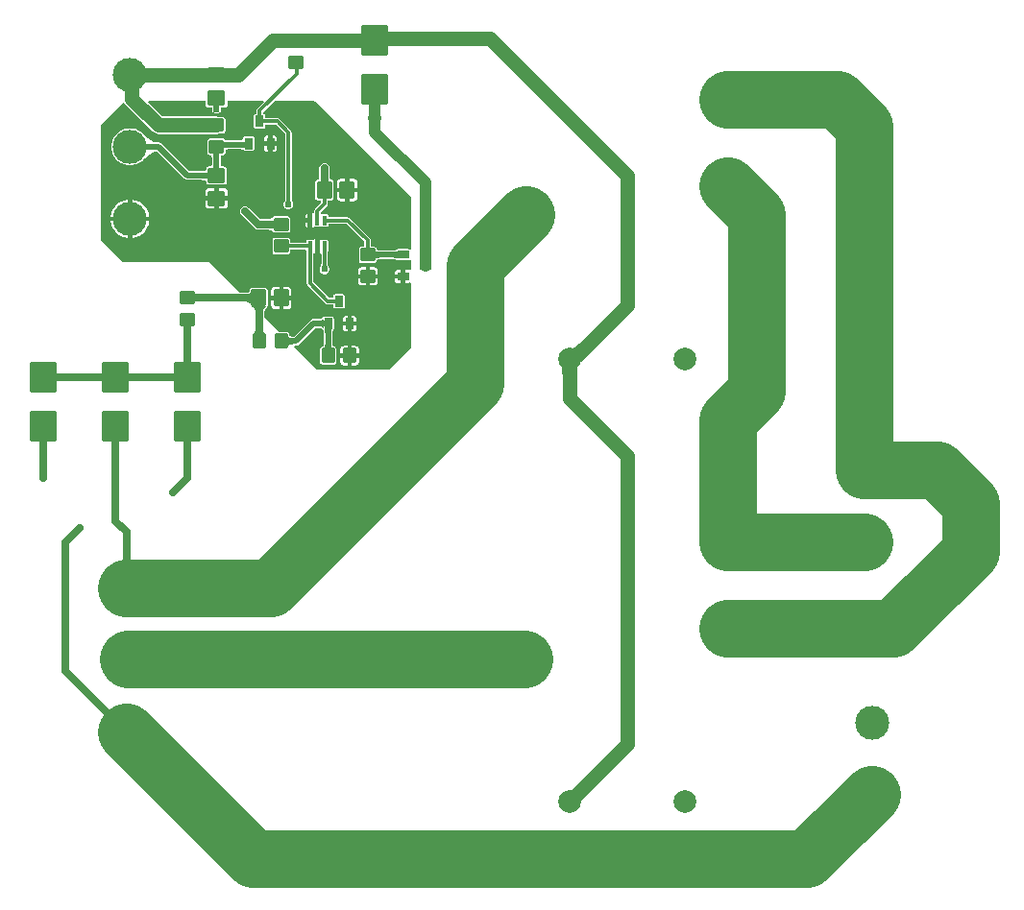
<source format=gtl>
G04*
G04 #@! TF.GenerationSoftware,Altium Limited,Altium Designer,21.3.2 (30)*
G04*
G04 Layer_Physical_Order=1*
G04 Layer_Color=255*
%FSLAX25Y25*%
%MOIN*%
G70*
G04*
G04 #@! TF.SameCoordinates,176562F1-B387-4AA2-8F74-3CF4574A4688*
G04*
G04*
G04 #@! TF.FilePolarity,Positive*
G04*
G01*
G75*
%ADD15C,0.01200*%
G04:AMPARAMS|DCode=29|XSize=47.24mil|YSize=51.18mil|CornerRadius=3.54mil|HoleSize=0mil|Usage=FLASHONLY|Rotation=0.000|XOffset=0mil|YOffset=0mil|HoleType=Round|Shape=RoundedRectangle|*
%AMROUNDEDRECTD29*
21,1,0.04724,0.04409,0,0,0.0*
21,1,0.04016,0.05118,0,0,0.0*
1,1,0.00709,0.02008,-0.02205*
1,1,0.00709,-0.02008,-0.02205*
1,1,0.00709,-0.02008,0.02205*
1,1,0.00709,0.02008,0.02205*
%
%ADD29ROUNDEDRECTD29*%
G04:AMPARAMS|DCode=30|XSize=96.46mil|YSize=104.33mil|CornerRadius=7.23mil|HoleSize=0mil|Usage=FLASHONLY|Rotation=180.000|XOffset=0mil|YOffset=0mil|HoleType=Round|Shape=RoundedRectangle|*
%AMROUNDEDRECTD30*
21,1,0.09646,0.08986,0,0,180.0*
21,1,0.08199,0.10433,0,0,180.0*
1,1,0.01447,-0.04099,0.04493*
1,1,0.01447,0.04099,0.04493*
1,1,0.01447,0.04099,-0.04493*
1,1,0.01447,-0.04099,-0.04493*
%
%ADD30ROUNDEDRECTD30*%
G04:AMPARAMS|DCode=31|XSize=47.24mil|YSize=51.18mil|CornerRadius=3.54mil|HoleSize=0mil|Usage=FLASHONLY|Rotation=90.000|XOffset=0mil|YOffset=0mil|HoleType=Round|Shape=RoundedRectangle|*
%AMROUNDEDRECTD31*
21,1,0.04724,0.04409,0,0,90.0*
21,1,0.04016,0.05118,0,0,90.0*
1,1,0.00709,0.02205,0.02008*
1,1,0.00709,0.02205,-0.02008*
1,1,0.00709,-0.02205,-0.02008*
1,1,0.00709,-0.02205,0.02008*
%
%ADD31ROUNDEDRECTD31*%
G04:AMPARAMS|DCode=32|XSize=53.15mil|YSize=61.02mil|CornerRadius=3.99mil|HoleSize=0mil|Usage=FLASHONLY|Rotation=180.000|XOffset=0mil|YOffset=0mil|HoleType=Round|Shape=RoundedRectangle|*
%AMROUNDEDRECTD32*
21,1,0.05315,0.05305,0,0,180.0*
21,1,0.04518,0.06102,0,0,180.0*
1,1,0.00797,-0.02259,0.02653*
1,1,0.00797,0.02259,0.02653*
1,1,0.00797,0.02259,-0.02653*
1,1,0.00797,-0.02259,-0.02653*
%
%ADD32ROUNDEDRECTD32*%
G04:AMPARAMS|DCode=33|XSize=53.15mil|YSize=61.02mil|CornerRadius=3.99mil|HoleSize=0mil|Usage=FLASHONLY|Rotation=90.000|XOffset=0mil|YOffset=0mil|HoleType=Round|Shape=RoundedRectangle|*
%AMROUNDEDRECTD33*
21,1,0.05315,0.05305,0,0,90.0*
21,1,0.04518,0.06102,0,0,90.0*
1,1,0.00797,0.02653,0.02259*
1,1,0.00797,0.02653,-0.02259*
1,1,0.00797,-0.02653,-0.02259*
1,1,0.00797,-0.02653,0.02259*
%
%ADD33ROUNDEDRECTD33*%
G04:AMPARAMS|DCode=34|XSize=15.75mil|YSize=33.47mil|CornerRadius=1.97mil|HoleSize=0mil|Usage=FLASHONLY|Rotation=180.000|XOffset=0mil|YOffset=0mil|HoleType=Round|Shape=RoundedRectangle|*
%AMROUNDEDRECTD34*
21,1,0.01575,0.02953,0,0,180.0*
21,1,0.01181,0.03347,0,0,180.0*
1,1,0.00394,-0.00591,0.01476*
1,1,0.00394,0.00591,0.01476*
1,1,0.00394,0.00591,-0.01476*
1,1,0.00394,-0.00591,-0.01476*
%
%ADD34ROUNDEDRECTD34*%
G04:AMPARAMS|DCode=35|XSize=29.53mil|YSize=39.37mil|CornerRadius=2.22mil|HoleSize=0mil|Usage=FLASHONLY|Rotation=180.000|XOffset=0mil|YOffset=0mil|HoleType=Round|Shape=RoundedRectangle|*
%AMROUNDEDRECTD35*
21,1,0.02953,0.03494,0,0,180.0*
21,1,0.02510,0.03937,0,0,180.0*
1,1,0.00443,-0.01255,0.01747*
1,1,0.00443,0.01255,0.01747*
1,1,0.00443,0.01255,-0.01747*
1,1,0.00443,-0.01255,-0.01747*
%
%ADD35ROUNDEDRECTD35*%
G04:AMPARAMS|DCode=36|XSize=29.53mil|YSize=39.37mil|CornerRadius=2.22mil|HoleSize=0mil|Usage=FLASHONLY|Rotation=90.000|XOffset=0mil|YOffset=0mil|HoleType=Round|Shape=RoundedRectangle|*
%AMROUNDEDRECTD36*
21,1,0.02953,0.03494,0,0,90.0*
21,1,0.02510,0.03937,0,0,90.0*
1,1,0.00443,0.01747,0.01255*
1,1,0.00443,0.01747,-0.01255*
1,1,0.00443,-0.01747,-0.01255*
1,1,0.00443,-0.01747,0.01255*
%
%ADD36ROUNDEDRECTD36*%
%ADD37C,0.02000*%
%ADD38C,0.05000*%
%ADD39C,0.02500*%
%ADD40C,0.04000*%
%ADD41C,0.20000*%
%ADD42C,0.16000*%
%ADD43C,0.07874*%
%ADD44C,0.12795*%
%ADD45C,0.11811*%
%ADD46C,0.02400*%
%ADD47C,0.05000*%
G36*
X157500Y257500D02*
Y239450D01*
X157093Y239303D01*
X157000Y239285D01*
X156777Y239435D01*
X156495Y239491D01*
X153001D01*
X152752Y239441D01*
X152730Y239445D01*
X152602Y239357D01*
X152458Y239298D01*
X152437Y239248D01*
X152419Y239233D01*
X152391Y239214D01*
X152368Y239202D01*
X152275Y239169D01*
X152130Y239134D01*
X151950Y239105D01*
X151114Y239045D01*
X150768Y239041D01*
X150741Y239029D01*
X147094D01*
X147068Y239041D01*
X146702Y239051D01*
X146397Y239077D01*
X146142Y239120D01*
X145939Y239174D01*
X145789Y239235D01*
X145691Y239294D01*
X145637Y239344D01*
X145609Y239385D01*
X145593Y239431D01*
X145580Y239557D01*
X145558Y239597D01*
X145510Y239841D01*
X145321Y240124D01*
X145038Y240313D01*
X144705Y240379D01*
X143765D01*
X143757Y240383D01*
X143739Y240385D01*
X143735Y240391D01*
X143710Y240453D01*
X143684Y240553D01*
X143661Y240688D01*
X143647Y240857D01*
X143641Y241071D01*
X143622Y241115D01*
Y242500D01*
X143536Y242929D01*
X143293Y243293D01*
X143293Y243293D01*
X136364Y250222D01*
X136000Y250465D01*
X135571Y250551D01*
X135571Y250551D01*
X129607D01*
X129564Y250570D01*
X129350Y250576D01*
X129181Y250590D01*
X129046Y250613D01*
X128946Y250639D01*
X128884Y250664D01*
X128878Y250668D01*
X128876Y250686D01*
X128860Y250715D01*
Y250905D01*
X128806Y251177D01*
X128652Y251408D01*
X128421Y251562D01*
X128150Y251616D01*
X126969D01*
X126697Y251562D01*
X126682Y251552D01*
X126249Y251749D01*
X126186Y252249D01*
X128293Y254356D01*
X128293Y254356D01*
X128536Y254720D01*
X128622Y255149D01*
Y255695D01*
X128641Y255739D01*
X128647Y255953D01*
X128661Y256122D01*
X128684Y256257D01*
X128710Y256357D01*
X128735Y256419D01*
X128739Y256425D01*
X128757Y256427D01*
X128765Y256431D01*
X129759D01*
X130110Y256501D01*
X130407Y256700D01*
X130605Y256997D01*
X130675Y257347D01*
Y262653D01*
X130605Y263003D01*
X130407Y263300D01*
X130381Y263318D01*
X130376Y263329D01*
X130344Y263342D01*
X130110Y263499D01*
X129759Y263569D01*
X129748D01*
X129721Y263588D01*
X129638Y263682D01*
X129549Y263833D01*
X129465Y264049D01*
X129392Y264331D01*
X129337Y264676D01*
X129303Y265082D01*
X129291Y265560D01*
X129284Y265576D01*
Y267500D01*
X129148Y268183D01*
X128762Y268762D01*
X128183Y269148D01*
X127500Y269284D01*
X126817Y269148D01*
X126238Y268762D01*
X125852Y268183D01*
X125716Y267500D01*
Y265576D01*
X125709Y265560D01*
X125697Y265082D01*
X125663Y264676D01*
X125608Y264331D01*
X125535Y264049D01*
X125451Y263833D01*
X125362Y263682D01*
X125279Y263588D01*
X125251Y263569D01*
X125241D01*
X124890Y263499D01*
X124656Y263342D01*
X124624Y263329D01*
X124619Y263318D01*
X124593Y263300D01*
X124395Y263003D01*
X124325Y262653D01*
Y257347D01*
X124395Y256997D01*
X124593Y256700D01*
X124890Y256501D01*
X125241Y256431D01*
X126235D01*
X126243Y256427D01*
X126261Y256425D01*
X126265Y256419D01*
X126290Y256357D01*
X126316Y256257D01*
X126339Y256122D01*
X126353Y255953D01*
X126359Y255739D01*
X126378Y255695D01*
Y255613D01*
X124207Y253442D01*
X123964Y253078D01*
X123878Y252649D01*
X123878Y252649D01*
Y252357D01*
X123859Y252312D01*
X123856Y252155D01*
X123527Y251921D01*
X123350Y251858D01*
X123191Y251890D01*
Y249429D01*
Y246968D01*
X123420Y247014D01*
X123750Y247234D01*
X124138Y247296D01*
X124409Y247242D01*
X125591D01*
X125862Y247296D01*
X126093Y247450D01*
X126466D01*
X126697Y247296D01*
X126969Y247242D01*
X128150D01*
X128421Y247296D01*
X128652Y247450D01*
X128806Y247681D01*
X128860Y247953D01*
Y248143D01*
X128876Y248172D01*
X128878Y248190D01*
X128884Y248194D01*
X128946Y248219D01*
X129046Y248245D01*
X129181Y248268D01*
X129350Y248283D01*
X129564Y248288D01*
X129607Y248308D01*
X135106D01*
X141378Y242035D01*
Y241115D01*
X141359Y241071D01*
X141353Y240857D01*
X141339Y240688D01*
X141316Y240553D01*
X141290Y240453D01*
X141265Y240391D01*
X141261Y240385D01*
X141243Y240383D01*
X141235Y240379D01*
X140295D01*
X139962Y240313D01*
X139679Y240124D01*
X139490Y239841D01*
X139424Y239508D01*
Y235492D01*
X139490Y235159D01*
X139679Y234876D01*
X139962Y234687D01*
X140295Y234621D01*
X144705D01*
X145038Y234687D01*
X145321Y234876D01*
X145510Y235159D01*
X145558Y235403D01*
X145580Y235443D01*
X145593Y235569D01*
X145609Y235615D01*
X145637Y235656D01*
X145691Y235706D01*
X145789Y235765D01*
X145939Y235826D01*
X146142Y235880D01*
X146397Y235923D01*
X146702Y235949D01*
X147068Y235959D01*
X147094Y235971D01*
X150741D01*
X150768Y235959D01*
X151118Y235955D01*
X151711Y235923D01*
X151939Y235897D01*
X152130Y235866D01*
X152275Y235831D01*
X152368Y235798D01*
X152391Y235786D01*
X152419Y235767D01*
X152437Y235752D01*
X152458Y235702D01*
X152602Y235643D01*
X152730Y235555D01*
X152752Y235559D01*
X153001Y235509D01*
X156495D01*
X156777Y235565D01*
X157000Y235715D01*
X157093Y235697D01*
X157500Y235550D01*
Y232433D01*
X157000Y232166D01*
X156894Y232237D01*
X156495Y232316D01*
X155498D01*
Y230020D01*
Y227723D01*
X156495D01*
X156894Y227803D01*
X157000Y227874D01*
X157500Y227606D01*
Y205000D01*
X150000Y197500D01*
X125000D01*
X117029Y205471D01*
X117236Y205971D01*
X117500D01*
X118085Y206087D01*
X118581Y206419D01*
X124258Y212095D01*
X125237D01*
X125263Y212083D01*
X125571Y212074D01*
X125833Y212051D01*
X126062Y212012D01*
X126258Y211962D01*
X126421Y211901D01*
X126552Y211834D01*
X126655Y211761D01*
X126734Y211685D01*
X126795Y211602D01*
X126863Y211470D01*
X126929Y211414D01*
X126962Y211334D01*
X127012Y211313D01*
X127027Y211295D01*
X127046Y211267D01*
X127058Y211244D01*
X127091Y211151D01*
X127125Y211006D01*
X127155Y210826D01*
X127215Y209990D01*
X127219Y209644D01*
X127230Y209616D01*
Y207094D01*
X127219Y207068D01*
X127209Y206702D01*
X127182Y206397D01*
X127140Y206142D01*
X127086Y205939D01*
X127025Y205789D01*
X126965Y205691D01*
X126915Y205637D01*
X126875Y205609D01*
X126829Y205593D01*
X126703Y205580D01*
X126663Y205558D01*
X126419Y205509D01*
X126136Y205321D01*
X125947Y205038D01*
X125881Y204705D01*
Y200295D01*
X125947Y199962D01*
X126136Y199679D01*
X126419Y199490D01*
X126752Y199424D01*
X130768D01*
X131101Y199490D01*
X131384Y199679D01*
X131572Y199962D01*
X131639Y200295D01*
Y204705D01*
X131572Y205038D01*
X131384Y205321D01*
X131101Y205509D01*
X130857Y205558D01*
X130817Y205580D01*
X130691Y205593D01*
X130645Y205609D01*
X130604Y205637D01*
X130554Y205691D01*
X130495Y205789D01*
X130434Y205939D01*
X130379Y206142D01*
X130337Y206397D01*
X130310Y206702D01*
X130301Y207068D01*
X130289Y207094D01*
Y209616D01*
X130301Y209644D01*
X130305Y209994D01*
X130337Y210587D01*
X130362Y210816D01*
X130394Y211006D01*
X130429Y211151D01*
X130462Y211244D01*
X130473Y211267D01*
X130493Y211295D01*
X130508Y211313D01*
X130558Y211334D01*
X130617Y211478D01*
X130705Y211606D01*
X130701Y211628D01*
X130750Y211877D01*
Y215371D01*
X130694Y215653D01*
X130535Y215891D01*
X130296Y216051D01*
X130015Y216107D01*
X127505D01*
X127223Y216051D01*
X127213Y216044D01*
X127179Y216047D01*
X127081Y215963D01*
X126962Y215914D01*
X126929Y215834D01*
X126863Y215778D01*
X126795Y215646D01*
X126734Y215563D01*
X126655Y215487D01*
X126552Y215415D01*
X126421Y215347D01*
X126258Y215286D01*
X126062Y215236D01*
X125833Y215197D01*
X125571Y215174D01*
X125263Y215165D01*
X125237Y215153D01*
X123624D01*
X123039Y215037D01*
X122543Y214705D01*
X116876Y209039D01*
X116871Y209041D01*
X116506Y209051D01*
X116200Y209077D01*
X115945Y209120D01*
X115742Y209174D01*
X115592Y209235D01*
X115494Y209294D01*
X115440Y209344D01*
X115413Y209385D01*
X115396Y209431D01*
X115383Y209557D01*
X115379Y209565D01*
Y209705D01*
X115313Y210038D01*
X115124Y210321D01*
X114841Y210509D01*
X114508Y210576D01*
X111924D01*
X106607Y215893D01*
Y216922D01*
X106614Y216937D01*
X106624Y217285D01*
X106653Y217590D01*
X106701Y217868D01*
X106765Y218118D01*
X106845Y218341D01*
X106940Y218539D01*
X107049Y218713D01*
X107172Y218866D01*
X107310Y219000D01*
X107491Y219138D01*
X107513Y219176D01*
X107554Y219194D01*
X107589Y219284D01*
X107731Y219497D01*
X107801Y219847D01*
Y225153D01*
X107731Y225503D01*
X107533Y225800D01*
X107236Y225999D01*
X106885Y226069D01*
X102367D01*
X102016Y225999D01*
X101719Y225800D01*
X101521Y225503D01*
X101451Y225153D01*
Y225065D01*
X101447Y225057D01*
X101428Y224883D01*
X101397Y224795D01*
X101345Y224717D01*
X101256Y224634D01*
X101113Y224547D01*
X100908Y224464D01*
X100639Y224392D01*
X100309Y224337D01*
X99919Y224303D01*
X99459Y224291D01*
X99444Y224284D01*
X98216D01*
X87500Y235000D01*
X57500Y235000D01*
X50000Y242500D01*
Y282500D01*
X54046Y286546D01*
X57657Y290157D01*
X58263Y290056D01*
X58590Y289631D01*
X67880Y280341D01*
X68507Y279860D01*
X69236Y279557D01*
X70020Y279454D01*
X90000D01*
X90783Y279557D01*
X90889Y279601D01*
X92205D01*
X92538Y279668D01*
X92821Y279856D01*
X93010Y280139D01*
X93076Y280472D01*
Y284488D01*
X93010Y284822D01*
X92821Y285104D01*
X92538Y285293D01*
X92205Y285359D01*
X90889D01*
X90783Y285403D01*
X90000Y285506D01*
X71273D01*
X66241Y290538D01*
X66433Y291000D01*
X86125Y291000D01*
Y289867D01*
X86218Y289399D01*
X86483Y289003D01*
X86880Y288738D01*
X87347Y288645D01*
X88424D01*
X88454Y288256D01*
X88459Y287991D01*
X88484Y287933D01*
X88587Y287415D01*
X88919Y286919D01*
X89415Y286587D01*
X90000Y286471D01*
X90585Y286587D01*
X91081Y286919D01*
X91413Y287415D01*
X91514Y287922D01*
X91541Y287981D01*
X91559Y288496D01*
X91575Y288645D01*
X92653D01*
X93120Y288738D01*
X93517Y289003D01*
X93782Y289399D01*
X93875Y289867D01*
Y291000D01*
X95466D01*
X106261D01*
X106452Y290538D01*
X104207Y288293D01*
X103964Y287929D01*
X103878Y287500D01*
X103878Y287500D01*
Y287108D01*
X103859Y287064D01*
X103853Y286850D01*
X103839Y286681D01*
X103816Y286546D01*
X103790Y286446D01*
X103765Y286384D01*
X103761Y286378D01*
X103743Y286376D01*
X103691Y286348D01*
X103464Y286303D01*
X103225Y286143D01*
X103066Y285905D01*
X103009Y285623D01*
Y282129D01*
X103066Y281847D01*
X103225Y281609D01*
X103464Y281449D01*
X103745Y281393D01*
X106255D01*
X106536Y281449D01*
X106775Y281609D01*
X106934Y281847D01*
X106991Y282129D01*
Y282587D01*
X107008Y282619D01*
X107010Y282637D01*
X107016Y282641D01*
X107078Y282666D01*
X107177Y282692D01*
X107313Y282715D01*
X107482Y282729D01*
X107696Y282735D01*
X107739Y282754D01*
X110659D01*
X113878Y279535D01*
Y256822D01*
X113859Y256780D01*
X113850Y256549D01*
X113842Y256470D01*
X113830Y256399D01*
X113817Y256340D01*
X113803Y256295D01*
X113791Y256265D01*
X113781Y256247D01*
X113778Y256241D01*
X113755Y256216D01*
X113725Y256129D01*
X113559Y255963D01*
X113300Y255338D01*
Y254662D01*
X113559Y254037D01*
X114037Y253559D01*
X114662Y253300D01*
X115338D01*
X115963Y253559D01*
X116441Y254037D01*
X116700Y254662D01*
Y255338D01*
X116441Y255963D01*
X116275Y256129D01*
X116245Y256216D01*
X116222Y256241D01*
X116218Y256247D01*
X116209Y256265D01*
X116197Y256295D01*
X116183Y256340D01*
X116170Y256399D01*
X116159Y256464D01*
X116143Y256657D01*
X116141Y256769D01*
X116122Y256814D01*
Y280000D01*
X116036Y280429D01*
X115793Y280793D01*
X115793Y280793D01*
X111917Y284669D01*
X111553Y284912D01*
X111124Y284998D01*
X111124Y284998D01*
X107739D01*
X107696Y285017D01*
X107482Y285023D01*
X107313Y285037D01*
X107177Y285060D01*
X107078Y285086D01*
X107016Y285111D01*
X107010Y285115D01*
X107008Y285133D01*
X106991Y285165D01*
Y285623D01*
X106934Y285905D01*
X106775Y286143D01*
X106536Y286303D01*
X106309Y286348D01*
X106257Y286376D01*
X106239Y286378D01*
X106235Y286384D01*
X106210Y286446D01*
X106184Y286546D01*
X106161Y286681D01*
X106147Y286850D01*
X106141Y287055D01*
X110086Y291000D01*
X124000Y291000D01*
X157500Y257500D01*
D02*
G37*
G36*
X143106Y240827D02*
X143124Y240621D01*
X143154Y240439D01*
X143196Y240281D01*
X143250Y240148D01*
X143316Y240039D01*
X143394Y239954D01*
X143484Y239893D01*
X143586Y239857D01*
X143700Y239845D01*
X143123D01*
X143208Y238207D01*
X141793D01*
X141813Y238247D01*
X141831Y238325D01*
X141847Y238440D01*
X141873Y238784D01*
X141892Y239845D01*
X141300D01*
X141414Y239857D01*
X141516Y239893D01*
X141606Y239954D01*
X141684Y240039D01*
X141750Y240148D01*
X141804Y240281D01*
X141846Y240439D01*
X141876Y240621D01*
X141894Y240827D01*
X141900Y241057D01*
X143100D01*
X143106Y240827D01*
D02*
G37*
G36*
X152841Y236085D02*
X152789Y236164D01*
X152703Y236234D01*
X152583Y236297D01*
X152427Y236350D01*
X152238Y236396D01*
X152014Y236434D01*
X151756Y236463D01*
X151136Y236496D01*
X150774Y236500D01*
Y238500D01*
X151136Y238504D01*
X152014Y238566D01*
X152238Y238604D01*
X152427Y238650D01*
X152583Y238703D01*
X152703Y238766D01*
X152789Y238836D01*
X152841Y238915D01*
Y236085D01*
D02*
G37*
G36*
X145062Y239310D02*
X145122Y239140D01*
X145223Y238990D01*
X145364Y238860D01*
X145545Y238750D01*
X145766Y238660D01*
X146028Y238590D01*
X146329Y238540D01*
X146671Y238510D01*
X147054Y238500D01*
Y236500D01*
X146671Y236490D01*
X146329Y236460D01*
X146028Y236410D01*
X145766Y236340D01*
X145545Y236250D01*
X145364Y236140D01*
X145223Y236010D01*
X145122Y235860D01*
X145062Y235690D01*
X145042Y235500D01*
Y239500D01*
X145062Y239310D01*
D02*
G37*
G36*
X101985Y220000D02*
X101960Y220237D01*
X101884Y220450D01*
X101759Y220637D01*
X101583Y220800D01*
X101357Y220937D01*
X101081Y221050D01*
X100754Y221137D01*
X100377Y221200D01*
X99950Y221237D01*
X99473Y221250D01*
Y223750D01*
X99950Y223762D01*
X100377Y223800D01*
X100754Y223863D01*
X101081Y223950D01*
X101357Y224062D01*
X101583Y224200D01*
X101759Y224362D01*
X101884Y224550D01*
X101960Y224763D01*
X101985Y225000D01*
Y220000D01*
D02*
G37*
G36*
X106956Y219411D02*
X106771Y219231D01*
X106607Y219027D01*
X106465Y218800D01*
X106345Y218550D01*
X106247Y218277D01*
X106171Y217981D01*
X106116Y217662D01*
X106084Y217319D01*
X106073Y216953D01*
X103573D01*
X103560Y217437D01*
X103523Y217868D01*
X103461Y218249D01*
X103373Y218578D01*
X103261Y218856D01*
X103124Y219082D01*
X102962Y219257D01*
X102774Y219381D01*
X102562Y219453D01*
X102325Y219474D01*
X107164Y219569D01*
X106956Y219411D01*
D02*
G37*
G36*
X106085Y212204D02*
X106121Y211874D01*
X106181Y211564D01*
X106265Y211274D01*
X106373Y211003D01*
X106505Y210753D01*
X106662Y210523D01*
X106842Y210313D01*
X107046Y210122D01*
X107274Y209951D01*
X102765D01*
X102919Y210075D01*
X103056Y210228D01*
X103177Y210412D01*
X103282Y210627D01*
X103371Y210872D01*
X103444Y211147D01*
X103500Y211453D01*
X103541Y211790D01*
X103565Y212157D01*
X103573Y212554D01*
X106073D01*
X106085Y212204D01*
D02*
G37*
G36*
X127345Y211717D02*
X130175D01*
X130096Y211665D01*
X130026Y211579D01*
X129963Y211458D01*
X129909Y211303D01*
X129864Y211114D01*
X129826Y210890D01*
X129797Y210632D01*
X129764Y210012D01*
X129760Y209650D01*
X127760D01*
X127756Y210012D01*
X127693Y210890D01*
X127656Y211114D01*
X127610Y211303D01*
X127556Y211458D01*
X127494Y211579D01*
X127424Y211665D01*
X127345Y211717D01*
X127256Y211889D01*
X127142Y212043D01*
X127001Y212179D01*
X126834Y212297D01*
X126640Y212397D01*
X126420Y212479D01*
X126174Y212542D01*
X125902Y212588D01*
X125603Y212615D01*
X125278Y212624D01*
Y214624D01*
X125603Y214633D01*
X125902Y214660D01*
X126174Y214706D01*
X126420Y214769D01*
X126640Y214851D01*
X126834Y214951D01*
X127001Y215069D01*
X127142Y215205D01*
X127256Y215359D01*
X127345Y215531D01*
Y211717D01*
D02*
G37*
G36*
X114865Y209310D02*
X114925Y209140D01*
X115026Y208990D01*
X115167Y208860D01*
X115348Y208750D01*
X115569Y208660D01*
X115831Y208590D01*
X116133Y208540D01*
X116475Y208510D01*
X116857Y208500D01*
Y206500D01*
X116475Y206490D01*
X116133Y206460D01*
X115831Y206410D01*
X115569Y206340D01*
X115348Y206250D01*
X115167Y206140D01*
X115026Y206010D01*
X114925Y205860D01*
X114865Y205690D01*
X114845Y205500D01*
Y209500D01*
X114865Y209310D01*
D02*
G37*
G36*
X219271Y203235D02*
X216319Y200396D01*
X213429Y205089D01*
X213540Y205082D01*
X213675Y205110D01*
X213832Y205173D01*
X214012Y205272D01*
X214215Y205407D01*
X214441Y205576D01*
X214962Y206022D01*
X215573Y206609D01*
X219271Y203235D01*
D02*
G37*
G36*
X129770Y206672D02*
X129800Y206329D01*
X129850Y206028D01*
X129920Y205766D01*
X130010Y205545D01*
X130120Y205364D01*
X130250Y205223D01*
X130400Y205122D01*
X130570Y205062D01*
X130760Y205042D01*
X126760D01*
X126950Y205062D01*
X127120Y205122D01*
X127270Y205223D01*
X127400Y205364D01*
X127510Y205545D01*
X127600Y205766D01*
X127670Y206028D01*
X127720Y206329D01*
X127750Y206672D01*
X127760Y207054D01*
X129760D01*
X129770Y206672D01*
D02*
G37*
G36*
X215188Y198385D02*
X215144Y198272D01*
X215106Y198117D01*
X215072Y197921D01*
X215021Y197403D01*
X214990Y196717D01*
X214980Y195864D01*
X209980D01*
X209978Y196311D01*
X209855Y198117D01*
X209817Y198272D01*
X209773Y198385D01*
X209724Y198456D01*
X215236D01*
X215188Y198385D01*
D02*
G37*
%LPC*%
G36*
X109995Y278912D02*
X109490D01*
Y276874D01*
X111037D01*
Y277871D01*
X110957Y278270D01*
X110731Y278608D01*
X110394Y278833D01*
X109995Y278912D01*
D02*
G37*
G36*
X107990D02*
X107485D01*
X107087Y278833D01*
X106749Y278608D01*
X106523Y278270D01*
X106444Y277871D01*
Y276874D01*
X107990D01*
Y278912D01*
D02*
G37*
G36*
X60631Y281405D02*
X59369D01*
X58132Y281159D01*
X56966Y280677D01*
X55917Y279976D01*
X55024Y279083D01*
X54324Y278034D01*
X53841Y276868D01*
X53594Y275631D01*
Y274369D01*
X53841Y273132D01*
X54324Y271966D01*
X55024Y270917D01*
X55917Y270024D01*
X56966Y269323D01*
X58132Y268841D01*
X59369Y268595D01*
X60631D01*
X61868Y268841D01*
X63034Y269323D01*
X64083Y270024D01*
X64500Y270441D01*
X64597Y270481D01*
X65190Y271065D01*
X66311Y272043D01*
X66826Y272429D01*
X67321Y272754D01*
X67788Y273015D01*
X68228Y273214D01*
X68637Y273352D01*
X69015Y273432D01*
X69379Y273458D01*
X78919Y263919D01*
X79415Y263587D01*
X80000Y263471D01*
X84913D01*
X84939Y263459D01*
X85305Y263449D01*
X85610Y263423D01*
X85865Y263380D01*
X86068Y263326D01*
X86218Y263265D01*
X86316Y263206D01*
X86370Y263156D01*
X86397Y263115D01*
X86414Y263069D01*
X86427Y262943D01*
X86431Y262935D01*
Y262741D01*
X86501Y262390D01*
X86700Y262093D01*
X86997Y261895D01*
X87347Y261825D01*
X92653D01*
X93003Y261895D01*
X93300Y262093D01*
X93499Y262390D01*
X93569Y262741D01*
Y267259D01*
X93499Y267610D01*
X93300Y267907D01*
X93003Y268105D01*
X92653Y268175D01*
X92065D01*
X92057Y268179D01*
X91931Y268193D01*
X91885Y268209D01*
X91844Y268236D01*
X91794Y268290D01*
X91735Y268388D01*
X91674Y268538D01*
X91620Y268741D01*
X91577Y268997D01*
X91551Y269302D01*
X91541Y269667D01*
X91529Y269693D01*
Y270603D01*
X91541Y270629D01*
X91551Y270994D01*
X91577Y271300D01*
X91620Y271555D01*
X91674Y271758D01*
X91735Y271908D01*
X91794Y272006D01*
X91844Y272060D01*
X91885Y272087D01*
X91931Y272104D01*
X92057Y272117D01*
X92065Y272121D01*
X92205D01*
X92538Y272187D01*
X92821Y272376D01*
X93010Y272659D01*
X93076Y272992D01*
Y273683D01*
X93081Y273694D01*
X93091Y273818D01*
X93105Y273860D01*
X93129Y273897D01*
X93180Y273944D01*
X93276Y274003D01*
X93426Y274063D01*
X93631Y274118D01*
X93889Y274160D01*
X94197Y274187D01*
X94568Y274197D01*
X94594Y274208D01*
X97743D01*
X97770Y274197D01*
X98110Y274192D01*
X98685Y274152D01*
X98903Y274121D01*
X99086Y274083D01*
X99225Y274041D01*
X99316Y274002D01*
X99358Y273975D01*
X99381Y273938D01*
X99439Y273895D01*
X99468Y273828D01*
X99600Y273776D01*
X99714Y273692D01*
X99736Y273695D01*
X100005Y273641D01*
X102515D01*
X102796Y273697D01*
X103035Y273857D01*
X103194Y274096D01*
X103250Y274377D01*
Y277871D01*
X103194Y278153D01*
X103035Y278391D01*
X102796Y278551D01*
X102515Y278607D01*
X100005D01*
X99723Y278551D01*
X99485Y278391D01*
X99325Y278153D01*
X99269Y277871D01*
Y277821D01*
X99251Y277787D01*
X99240Y277662D01*
X99225Y277618D01*
X99200Y277580D01*
X99147Y277532D01*
X99051Y277473D01*
X98901Y277412D01*
X98697Y277357D01*
X98440Y277315D01*
X98133Y277288D01*
X97764Y277279D01*
X97738Y277267D01*
X94589D01*
X94562Y277279D01*
X94239Y277284D01*
X93684Y277323D01*
X93467Y277354D01*
X93280Y277393D01*
X93130Y277436D01*
X93019Y277481D01*
X92947Y277521D01*
X92913Y277548D01*
X92865Y277605D01*
X92837Y277619D01*
X92824Y277647D01*
X92734Y277682D01*
X92538Y277813D01*
X92205Y277879D01*
X87795D01*
X87462Y277813D01*
X87179Y277624D01*
X86990Y277341D01*
X86924Y277008D01*
Y272992D01*
X86990Y272659D01*
X87179Y272376D01*
X87462Y272187D01*
X87795Y272121D01*
X87935D01*
X87943Y272117D01*
X88069Y272104D01*
X88115Y272087D01*
X88156Y272060D01*
X88206Y272006D01*
X88265Y271908D01*
X88326Y271758D01*
X88380Y271555D01*
X88423Y271300D01*
X88449Y270994D01*
X88459Y270629D01*
X88471Y270603D01*
Y269693D01*
X88459Y269667D01*
X88449Y269302D01*
X88423Y268997D01*
X88380Y268741D01*
X88326Y268538D01*
X88265Y268388D01*
X88206Y268290D01*
X88156Y268236D01*
X88115Y268209D01*
X88069Y268193D01*
X87943Y268179D01*
X87935Y268175D01*
X87347D01*
X86997Y268105D01*
X86700Y267907D01*
X86501Y267610D01*
X86431Y267259D01*
Y267065D01*
X86427Y267057D01*
X86414Y266931D01*
X86397Y266885D01*
X86370Y266844D01*
X86316Y266794D01*
X86218Y266735D01*
X86068Y266674D01*
X85865Y266620D01*
X85610Y266577D01*
X85305Y266551D01*
X84939Y266541D01*
X84913Y266529D01*
X80633D01*
X71081Y276081D01*
X70585Y276413D01*
X70000Y276529D01*
X69424D01*
X69403Y276540D01*
X69015Y276568D01*
X68637Y276648D01*
X68228Y276786D01*
X67788Y276985D01*
X67321Y277246D01*
X66826Y277571D01*
X66311Y277957D01*
X65190Y278935D01*
X64597Y279519D01*
X64500Y279559D01*
X64083Y279976D01*
X63034Y280677D01*
X61868Y281159D01*
X60631Y281405D01*
D02*
G37*
G36*
X111037Y275374D02*
X109490D01*
Y273336D01*
X109995D01*
X110394Y273415D01*
X110731Y273640D01*
X110957Y273978D01*
X111037Y274377D01*
Y275374D01*
D02*
G37*
G36*
X107990D02*
X106444D01*
Y274377D01*
X106523Y273978D01*
X106749Y273640D01*
X107087Y273415D01*
X107485Y273336D01*
X107990D01*
Y275374D01*
D02*
G37*
G36*
X137633Y263875D02*
X136124D01*
Y260750D01*
X138855D01*
Y262653D01*
X138762Y263120D01*
X138497Y263517D01*
X138101Y263782D01*
X137633Y263875D01*
D02*
G37*
G36*
X134624D02*
X133115D01*
X132648Y263782D01*
X132251Y263517D01*
X131986Y263120D01*
X131893Y262653D01*
Y260750D01*
X134624D01*
Y263875D01*
D02*
G37*
G36*
X92653Y260607D02*
X90750D01*
Y257876D01*
X93875D01*
Y259385D01*
X93782Y259853D01*
X93517Y260249D01*
X93120Y260514D01*
X92653Y260607D01*
D02*
G37*
G36*
X89250D02*
X87347D01*
X86880Y260514D01*
X86483Y260249D01*
X86218Y259853D01*
X86125Y259385D01*
Y257876D01*
X89250D01*
Y260607D01*
D02*
G37*
G36*
X138855Y259250D02*
X136124D01*
Y256125D01*
X137633D01*
X138101Y256218D01*
X138497Y256483D01*
X138762Y256880D01*
X138855Y257347D01*
Y259250D01*
D02*
G37*
G36*
X134624D02*
X131893D01*
Y257347D01*
X131986Y256880D01*
X132251Y256483D01*
X132648Y256218D01*
X133115Y256125D01*
X134624D01*
Y259250D01*
D02*
G37*
G36*
X93875Y256376D02*
X90750D01*
Y253645D01*
X92653D01*
X93120Y253738D01*
X93517Y254003D01*
X93782Y254399D01*
X93875Y254867D01*
Y256376D01*
D02*
G37*
G36*
X89250D02*
X86125D01*
Y254867D01*
X86218Y254399D01*
X86483Y254003D01*
X86880Y253738D01*
X87347Y253645D01*
X89250D01*
Y256376D01*
D02*
G37*
G36*
X60750Y256688D02*
Y250750D01*
X66688D01*
X66448Y251956D01*
X65942Y253176D01*
X65209Y254275D01*
X64275Y255208D01*
X63176Y255942D01*
X61956Y256448D01*
X60750Y256688D01*
D02*
G37*
G36*
X59250D02*
X58044Y256448D01*
X56824Y255942D01*
X55726Y255208D01*
X54791Y254275D01*
X54058Y253176D01*
X53552Y251956D01*
X53312Y250750D01*
X59250D01*
Y256688D01*
D02*
G37*
G36*
X121691Y251890D02*
X121461Y251845D01*
X121132Y251624D01*
X120911Y251294D01*
X120834Y250905D01*
Y250179D01*
X121691D01*
Y251890D01*
D02*
G37*
G36*
Y248679D02*
X120834D01*
Y247953D01*
X120911Y247564D01*
X121132Y247234D01*
X121461Y247014D01*
X121691Y246968D01*
Y248679D01*
D02*
G37*
G36*
X100000Y254284D02*
X99317Y254149D01*
X98738Y253762D01*
X98352Y253183D01*
X98216Y252500D01*
X98352Y251817D01*
X98738Y251238D01*
X103187Y246790D01*
X103766Y246403D01*
X104449Y246267D01*
X107417D01*
X107432Y246260D01*
X107789Y246251D01*
X108103Y246223D01*
X108388Y246179D01*
X108642Y246119D01*
X108866Y246045D01*
X109062Y245957D01*
X109230Y245859D01*
X109373Y245749D01*
X109495Y245629D01*
X109619Y245466D01*
X109652Y245448D01*
X109666Y245414D01*
X109755Y245377D01*
X109962Y245238D01*
X110295Y245172D01*
X114705D01*
X115038Y245238D01*
X115321Y245427D01*
X115509Y245710D01*
X115576Y246043D01*
Y250059D01*
X115509Y250392D01*
X115321Y250675D01*
X115038Y250864D01*
X114705Y250930D01*
X110295D01*
X109962Y250864D01*
X109755Y250725D01*
X109666Y250689D01*
X109652Y250654D01*
X109619Y250636D01*
X109495Y250474D01*
X109373Y250353D01*
X109230Y250243D01*
X109062Y250145D01*
X108866Y250058D01*
X108642Y249983D01*
X108388Y249923D01*
X108103Y249879D01*
X107789Y249852D01*
X107432Y249842D01*
X107417Y249835D01*
X105188D01*
X101262Y253762D01*
X100683Y254149D01*
X100000Y254284D01*
D02*
G37*
G36*
X66688Y249250D02*
X60750D01*
Y243312D01*
X61956Y243552D01*
X63176Y244058D01*
X64275Y244792D01*
X65209Y245725D01*
X65942Y246824D01*
X66448Y248044D01*
X66688Y249250D01*
D02*
G37*
G36*
X59250D02*
X53312D01*
X53552Y248044D01*
X54058Y246824D01*
X54791Y245725D01*
X55726Y244792D01*
X56824Y244058D01*
X58044Y243552D01*
X59250Y243312D01*
Y249250D01*
D02*
G37*
G36*
X114705Y243450D02*
X110295D01*
X109962Y243384D01*
X109679Y243195D01*
X109491Y242912D01*
X109424Y242579D01*
Y238563D01*
X109491Y238230D01*
X109679Y237947D01*
X109962Y237758D01*
X110295Y237692D01*
X114705D01*
X115038Y237758D01*
X115321Y237947D01*
X115509Y238230D01*
X115576Y238563D01*
Y239306D01*
X115580Y239314D01*
X115582Y239332D01*
X115588Y239335D01*
X115650Y239361D01*
X115750Y239387D01*
X115885Y239409D01*
X116054Y239424D01*
X116268Y239430D01*
X116312Y239449D01*
X120393D01*
X120436Y239430D01*
X120650Y239424D01*
X120819Y239409D01*
X120954Y239387D01*
X121059Y239174D01*
X121169Y238922D01*
X121178Y238903D01*
X121194Y238823D01*
X121238Y238757D01*
X121239Y238750D01*
X121237Y238734D01*
X121240Y238721D01*
X121299Y237906D01*
X121300Y237695D01*
X121319Y237649D01*
Y227559D01*
X121319Y227559D01*
X121405Y227130D01*
X121648Y226766D01*
X127831Y220583D01*
X128195Y220340D01*
X128624Y220254D01*
X128624Y220254D01*
X129761D01*
X129804Y220235D01*
X130018Y220229D01*
X130187Y220215D01*
X130323Y220192D01*
X130422Y220166D01*
X130484Y220141D01*
X130490Y220137D01*
X130492Y220119D01*
X130509Y220087D01*
Y219629D01*
X130566Y219347D01*
X130725Y219109D01*
X130964Y218949D01*
X131245Y218893D01*
X133755D01*
X134036Y218949D01*
X134275Y219109D01*
X134434Y219347D01*
X134491Y219629D01*
Y223123D01*
X134434Y223405D01*
X134275Y223643D01*
X134036Y223803D01*
X133755Y223859D01*
X131245D01*
X130964Y223803D01*
X130725Y223643D01*
X130566Y223405D01*
X130509Y223123D01*
Y222665D01*
X130492Y222633D01*
X130490Y222615D01*
X130484Y222611D01*
X130422Y222586D01*
X130323Y222560D01*
X130187Y222537D01*
X130018Y222523D01*
X129804Y222517D01*
X129761Y222498D01*
X129089D01*
X123563Y228024D01*
Y237643D01*
X123582Y237688D01*
X123585Y237845D01*
X123914Y238080D01*
X124091Y238141D01*
X124250Y238110D01*
Y240571D01*
Y243032D01*
X124021Y242986D01*
X123691Y242766D01*
X123303Y242704D01*
X123031Y242758D01*
X121850D01*
X121579Y242704D01*
X121348Y242550D01*
X121194Y242319D01*
X121140Y242047D01*
Y241857D01*
X121124Y241828D01*
X121122Y241810D01*
X121116Y241806D01*
X121054Y241781D01*
X120954Y241755D01*
X120819Y241732D01*
X120650Y241718D01*
X120436Y241712D01*
X120393Y241692D01*
X116312D01*
X116268Y241712D01*
X116054Y241718D01*
X115885Y241732D01*
X115750Y241755D01*
X115650Y241781D01*
X115588Y241806D01*
X115582Y241810D01*
X115580Y241828D01*
X115576Y241836D01*
Y242579D01*
X115509Y242912D01*
X115321Y243195D01*
X115038Y243384D01*
X114705Y243450D01*
D02*
G37*
G36*
X125750Y243032D02*
Y240571D01*
Y238110D01*
X125872Y238134D01*
X126166Y238011D01*
X126388Y237827D01*
X126388Y237708D01*
X126408Y237661D01*
Y234339D01*
X126389Y234297D01*
X126380Y234067D01*
X126371Y233990D01*
X126359Y233920D01*
X126346Y233863D01*
X126332Y233820D01*
X126320Y233791D01*
X126311Y233775D01*
X126308Y233771D01*
X126285Y233746D01*
X126251Y233656D01*
X126059Y233463D01*
X125800Y232838D01*
Y232162D01*
X126059Y231537D01*
X126537Y231059D01*
X127162Y230800D01*
X127838D01*
X128463Y231059D01*
X128941Y231537D01*
X129200Y232162D01*
Y232838D01*
X128941Y233463D01*
X128800Y233604D01*
X128774Y233686D01*
X128752Y233712D01*
X128748Y233718D01*
X128738Y233737D01*
X128726Y233770D01*
X128712Y233816D01*
X128699Y233876D01*
X128688Y233943D01*
X128673Y234139D01*
X128671Y234251D01*
X128651Y234296D01*
Y237642D01*
X128671Y237687D01*
X128670Y237689D01*
X128671Y237690D01*
X128672Y237911D01*
X128684Y238276D01*
X128708Y238540D01*
X128720Y238618D01*
X128730Y238662D01*
X128744Y238703D01*
X128743Y238728D01*
X128806Y238823D01*
X128815Y238869D01*
X128829Y238894D01*
X128824Y238912D01*
X128832Y238951D01*
X128832Y238953D01*
X128832Y238953D01*
X128860Y239094D01*
Y242047D01*
X128806Y242319D01*
X128652Y242550D01*
X128421Y242704D01*
X128150Y242758D01*
X126969D01*
X126697Y242704D01*
X126309Y242766D01*
X125979Y242986D01*
X125750Y243032D01*
D02*
G37*
G36*
X144705Y233205D02*
X143250D01*
Y230770D01*
X145882D01*
Y232028D01*
X145792Y232478D01*
X145537Y232860D01*
X145155Y233115D01*
X144705Y233205D01*
D02*
G37*
G36*
X153998Y232316D02*
X153001D01*
X152602Y232237D01*
X152265Y232011D01*
X152039Y231673D01*
X151960Y231275D01*
Y230770D01*
X153998D01*
Y232316D01*
D02*
G37*
G36*
X141750Y233205D02*
X140295D01*
X139845Y233115D01*
X139463Y232860D01*
X139208Y232478D01*
X139118Y232028D01*
Y230770D01*
X141750D01*
Y233205D01*
D02*
G37*
G36*
X153998Y229270D02*
X151960D01*
Y228765D01*
X152039Y228366D01*
X152265Y228028D01*
X152602Y227803D01*
X153001Y227723D01*
X153998D01*
Y229270D01*
D02*
G37*
G36*
X145882D02*
X143250D01*
Y226835D01*
X144705D01*
X145155Y226924D01*
X145537Y227180D01*
X145792Y227561D01*
X145882Y228012D01*
Y229270D01*
D02*
G37*
G36*
X141750D02*
X139118D01*
Y228012D01*
X139208Y227561D01*
X139463Y227180D01*
X139845Y226924D01*
X140295Y226835D01*
X141750D01*
Y229270D01*
D02*
G37*
G36*
X114759Y226375D02*
X113250D01*
Y223250D01*
X115981D01*
Y225153D01*
X115888Y225620D01*
X115623Y226017D01*
X115226Y226282D01*
X114759Y226375D01*
D02*
G37*
G36*
X111750D02*
X110241D01*
X109774Y226282D01*
X109377Y226017D01*
X109112Y225620D01*
X109019Y225153D01*
Y223250D01*
X111750D01*
Y226375D01*
D02*
G37*
G36*
X115981Y221750D02*
X113250D01*
Y218625D01*
X114759D01*
X115226Y218718D01*
X115623Y218983D01*
X115888Y219380D01*
X115981Y219847D01*
Y221750D01*
D02*
G37*
G36*
X111750D02*
X109019D01*
Y219847D01*
X109112Y219380D01*
X109377Y218983D01*
X109774Y218718D01*
X110241Y218625D01*
X111750D01*
Y221750D01*
D02*
G37*
G36*
X137495Y216412D02*
X136990D01*
Y214374D01*
X138537D01*
Y215371D01*
X138457Y215770D01*
X138232Y216108D01*
X137894Y216333D01*
X137495Y216412D01*
D02*
G37*
G36*
X135490D02*
X134985D01*
X134587Y216333D01*
X134249Y216108D01*
X134023Y215770D01*
X133944Y215371D01*
Y214374D01*
X135490D01*
Y216412D01*
D02*
G37*
G36*
X138537Y212874D02*
X136990D01*
Y210836D01*
X137495D01*
X137894Y210915D01*
X138232Y211140D01*
X138457Y211478D01*
X138537Y211877D01*
Y212874D01*
D02*
G37*
G36*
X135490D02*
X133944D01*
Y211877D01*
X134023Y211478D01*
X134249Y211140D01*
X134587Y210915D01*
X134985Y210836D01*
X135490D01*
Y212874D01*
D02*
G37*
G36*
X138248Y205882D02*
X136990D01*
Y203250D01*
X139425D01*
Y204705D01*
X139335Y205155D01*
X139080Y205537D01*
X138698Y205792D01*
X138248Y205882D01*
D02*
G37*
G36*
X135490D02*
X134232D01*
X133782Y205792D01*
X133400Y205537D01*
X133145Y205155D01*
X133055Y204705D01*
Y203250D01*
X135490D01*
Y205882D01*
D02*
G37*
G36*
X139425Y201750D02*
X136990D01*
Y199118D01*
X138248D01*
X138698Y199208D01*
X139080Y199463D01*
X139335Y199845D01*
X139425Y200295D01*
Y201750D01*
D02*
G37*
G36*
X135490D02*
X133055D01*
Y200295D01*
X133145Y199845D01*
X133400Y199463D01*
X133782Y199208D01*
X134232Y199118D01*
X135490D01*
Y201750D01*
D02*
G37*
%LPD*%
G36*
X123148Y238931D02*
X123125Y238885D01*
X123106Y238817D01*
X123089Y238726D01*
X123074Y238612D01*
X123053Y238315D01*
X123041Y237698D01*
X121841D01*
X121840Y237927D01*
X121776Y238817D01*
X121756Y238885D01*
X121734Y238931D01*
X121709Y238953D01*
X123173D01*
X123148Y238931D01*
D02*
G37*
G36*
X131030Y220176D02*
X131018Y220290D01*
X130982Y220392D01*
X130921Y220482D01*
X130836Y220560D01*
X130727Y220626D01*
X130594Y220680D01*
X130437Y220722D01*
X130255Y220752D01*
X130049Y220770D01*
X129818Y220776D01*
Y221976D01*
X130049Y221982D01*
X130255Y222000D01*
X130437Y222030D01*
X130594Y222072D01*
X130727Y222126D01*
X130836Y222192D01*
X130921Y222270D01*
X130982Y222360D01*
X131018Y222462D01*
X131030Y222576D01*
Y220176D01*
D02*
G37*
G36*
X128260Y238928D02*
X128233Y238881D01*
X128209Y238812D01*
X128188Y238720D01*
X128170Y238605D01*
X128144Y238308D01*
X128131Y237922D01*
X128129Y237694D01*
X126929Y237711D01*
X126928Y237939D01*
X126864Y238890D01*
X126847Y238933D01*
X126827Y238953D01*
X128291D01*
X128260Y238928D01*
D02*
G37*
G36*
X128129Y234242D02*
X128132Y234112D01*
X128150Y233880D01*
X128166Y233776D01*
X128187Y233682D01*
X128213Y233595D01*
X128243Y233518D01*
X128278Y233449D01*
X128317Y233388D01*
X128361Y233336D01*
X126681Y233377D01*
X126728Y233428D01*
X126771Y233487D01*
X126808Y233556D01*
X126840Y233632D01*
X126867Y233718D01*
X126890Y233812D01*
X126907Y233915D01*
X126920Y234026D01*
X126929Y234276D01*
X128129Y234242D01*
D02*
G37*
D15*
X125000Y249429D02*
Y252649D01*
X127500Y255149D01*
Y260000D01*
X115000Y255000D02*
Y280000D01*
X105000Y283876D02*
X111124D01*
X115000Y280000D01*
X105000Y287500D02*
X117860Y300360D01*
X105000Y283876D02*
Y287500D01*
X117860Y300360D02*
Y304640D01*
X117500Y305000D02*
X117860Y304640D01*
X127530Y232529D02*
Y240541D01*
X127500Y232500D02*
X127530Y232529D01*
X142500Y237500D02*
Y242500D01*
X127559Y249429D02*
X135571D01*
X142500Y242500D01*
X122441Y240000D02*
Y240571D01*
Y227559D02*
Y240000D01*
X112520Y240571D02*
X122441D01*
X112500Y240020D02*
X112520Y240000D01*
X122441Y227559D02*
X128624Y221376D01*
X132500D01*
X127530Y240541D02*
X127559Y240571D01*
D29*
X105020Y207500D02*
D03*
X112500D02*
D03*
X136240Y202500D02*
D03*
X128760D02*
D03*
D30*
X145000Y295000D02*
D03*
Y311929D02*
D03*
X80000Y195000D02*
D03*
Y178071D02*
D03*
X55000Y195000D02*
D03*
Y178071D02*
D03*
X30000Y195000D02*
D03*
Y178071D02*
D03*
D31*
X142500Y237500D02*
D03*
Y230020D02*
D03*
X90000Y275000D02*
D03*
Y282480D02*
D03*
X117500Y311929D02*
D03*
Y304449D02*
D03*
X80000Y215000D02*
D03*
Y222480D02*
D03*
X112500Y240571D02*
D03*
Y248051D02*
D03*
D32*
X135374Y260000D02*
D03*
X127500D02*
D03*
X104626Y222500D02*
D03*
X112500D02*
D03*
D33*
X90000Y257126D02*
D03*
Y265000D02*
D03*
Y300000D02*
D03*
Y292126D02*
D03*
D34*
X122441Y240571D02*
D03*
X125000D02*
D03*
X127559D02*
D03*
Y249429D02*
D03*
X125000D02*
D03*
X122441D02*
D03*
D35*
X101260Y276124D02*
D03*
X108740D02*
D03*
X105000Y283876D02*
D03*
X132500Y221376D02*
D03*
X136240Y213624D02*
D03*
X128760D02*
D03*
D36*
X162500Y233760D02*
D03*
X154748Y230020D02*
D03*
Y237500D02*
D03*
D37*
X128760Y202500D02*
Y213624D01*
X117500Y207500D02*
X123624Y213624D01*
X128760D01*
X112500Y207500D02*
X117500D01*
X70000Y275000D02*
X80000Y265000D01*
X90000D01*
X111949Y247500D02*
X112500Y248051D01*
X142500Y237500D02*
X154748D01*
X90000Y288000D02*
Y292500D01*
X90738Y275738D02*
X100874D01*
X101260Y276124D01*
X90000Y275000D02*
X90738Y275738D01*
X90000Y265000D02*
Y275000D01*
X60000D02*
X70000D01*
D38*
X60000Y300000D02*
X89232D01*
X89449Y300217D01*
X109429Y311929D02*
X143465D01*
X97500Y300000D02*
X109429Y311929D01*
X90551Y300000D02*
X97500D01*
X143465Y312500D02*
X145000Y310965D01*
X212480Y201268D02*
X213258D01*
X215205Y202705D02*
X232500Y220000D01*
Y265000D01*
X213258Y201268D02*
X214695Y202705D01*
X215205D01*
X185000Y312500D02*
X232500Y265000D01*
Y67744D02*
Y167500D01*
X212480Y187520D02*
Y201268D01*
Y187520D02*
X232500Y167500D01*
X212480Y47724D02*
X232500Y67744D01*
X145571Y312500D02*
X185000D01*
X145000Y311929D02*
X145571Y312500D01*
X60729Y291771D02*
Y299271D01*
X70020Y282480D02*
X90000D01*
X60729Y291771D02*
X70020Y282480D01*
X60000Y300000D02*
X60729Y299271D01*
D39*
X104449Y248051D02*
X112500D01*
X100000Y252500D02*
X104449Y248051D01*
X80000Y222480D02*
X80020Y222500D01*
X104626D01*
X127500Y260000D02*
Y267500D01*
X58850Y121480D02*
Y141150D01*
X55000Y145000D02*
X58850Y141150D01*
X55000Y145000D02*
Y178071D01*
X30000Y195000D02*
X55000D01*
X80000D01*
X30000Y160000D02*
Y178071D01*
X37500Y92831D02*
X58850Y71480D01*
X37500Y137500D02*
X42500Y142500D01*
X37500Y92831D02*
Y137500D01*
X80000Y160000D02*
Y178071D01*
X75000Y155000D02*
X80000Y160000D01*
X104823Y207697D02*
Y222303D01*
Y207697D02*
X105020Y207500D01*
X58850Y96480D02*
X59472Y97102D01*
X196858D02*
X197480Y97724D01*
X80000Y195000D02*
Y215000D01*
D40*
X162500Y233760D02*
Y262500D01*
X145000Y280000D02*
X162500Y262500D01*
X145000Y285000D02*
Y295000D01*
Y280000D02*
Y285000D01*
D41*
X305659Y291268D02*
X311485Y285441D01*
X314953Y281974D01*
X267480Y291268D02*
X305659D01*
X314953Y162772D02*
Y281974D01*
X324870Y107500D02*
X351810Y134440D01*
X315000Y162724D02*
X340094D01*
X351810Y151009D01*
Y134440D02*
Y151009D01*
X314953Y162772D02*
X315000Y162724D01*
X267480Y137724D02*
X315000D01*
X267480D02*
Y179980D01*
X295000Y27500D02*
X317500Y50000D01*
X102831Y27500D02*
X295000D01*
X58850Y71480D02*
X102831Y27500D01*
X108980Y121480D02*
X180000Y192500D01*
Y233787D02*
X197480Y251268D01*
X180000Y192500D02*
Y233787D01*
X58850Y121480D02*
X108980D01*
X267480Y261268D02*
X277500Y251248D01*
X267480Y179980D02*
X277500Y190000D01*
Y251248D01*
X267705Y107500D02*
X324870D01*
X59472Y97102D02*
X196858D01*
D42*
X197480Y251268D02*
Y251268D01*
X267480Y107724D02*
X267705Y107500D01*
D43*
X252480Y47724D02*
D03*
X212480D02*
D03*
Y201268D02*
D03*
X252480D02*
D03*
D44*
X197480Y97724D02*
D03*
X267480Y137724D02*
D03*
Y107724D02*
D03*
Y261268D02*
D03*
Y291268D02*
D03*
X197480Y251268D02*
D03*
D45*
X60000Y300000D02*
D03*
Y275000D02*
D03*
Y250000D02*
D03*
X317500Y75000D02*
D03*
Y50000D02*
D03*
X315000Y162724D02*
D03*
Y137724D02*
D03*
X58850Y71480D02*
D03*
Y96480D02*
D03*
Y121480D02*
D03*
D46*
X97500Y267500D02*
D03*
X140374Y260000D02*
D03*
X82500Y240000D02*
D03*
Y247500D02*
D03*
X105000Y272500D02*
D03*
X97500Y257500D02*
D03*
X112500Y230000D02*
D03*
X82500Y257500D02*
D03*
X117874Y222500D02*
D03*
X127874Y227500D02*
D03*
X97500Y235000D02*
D03*
X112500Y287500D02*
D03*
X102500Y230000D02*
D03*
X142874Y202500D02*
D03*
X155374Y215000D02*
D03*
X142500Y225000D02*
D03*
X155374D02*
D03*
X150000Y245000D02*
D03*
X152874Y255000D02*
D03*
X115000Y215000D02*
D03*
X135000Y240000D02*
D03*
X130000Y275000D02*
D03*
X92500Y240000D02*
D03*
X135374Y267500D02*
D03*
X90000Y288000D02*
D03*
X127500Y267500D02*
D03*
X100000Y252500D02*
D03*
X115000Y255000D02*
D03*
X127500Y232500D02*
D03*
X30000Y160000D02*
D03*
X75000Y155000D02*
D03*
X42500Y142500D02*
D03*
D47*
X145000Y285000D02*
D03*
M02*

</source>
